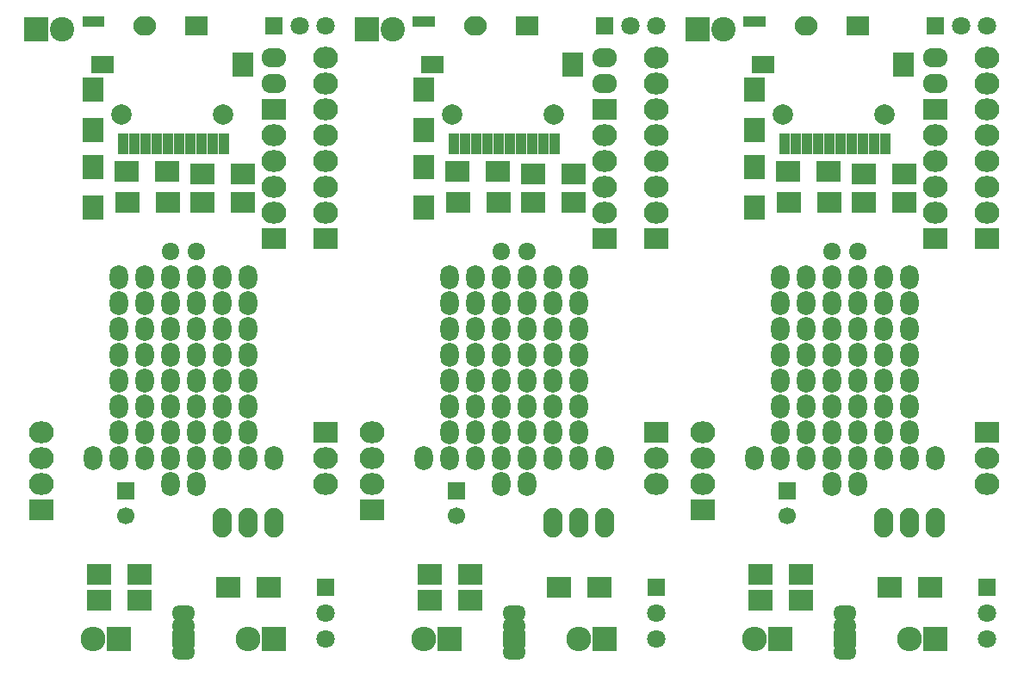
<source format=gbr>
G04 #@! TF.FileFunction,Soldermask,Bot*
%FSLAX46Y46*%
G04 Gerber Fmt 4.6, Leading zero omitted, Abs format (unit mm)*
G04 Created by KiCad (PCBNEW 4.0.2-4+6225~38~ubuntu15.04.1-stable) date 2016年04月15日 16時13分23秒*
%MOMM*%
G01*
G04 APERTURE LIST*
%ADD10C,0.100000*%
%ADD11R,2.432000X2.127200*%
%ADD12O,2.432000X2.127200*%
%ADD13O,1.800000X2.400000*%
%ADD14R,2.000200X2.398980*%
%ADD15C,2.000000*%
%ADD16R,1.101040X2.000200*%
%ADD17R,2.200000X1.800000*%
%ADD18R,2.400000X2.000000*%
%ADD19C,1.700000*%
%ADD20R,1.700000X1.700000*%
%ADD21R,2.400000X2.400000*%
%ADD22C,2.400000*%
%ADD23O,2.305000X1.517600*%
%ADD24R,2.305000X1.517600*%
%ADD25O,2.432000X1.924000*%
%ADD26R,1.200000X1.000000*%
%ADD27R,2.432000X2.432000*%
%ADD28O,2.432000X2.432000*%
%ADD29R,2.400000X2.100000*%
%ADD30R,2.100000X2.400000*%
%ADD31R,2.224000X1.924000*%
%ADD32O,2.224000X1.924000*%
%ADD33R,1.797000X1.797000*%
%ADD34C,1.797000*%
%ADD35O,1.901140X2.899360*%
%ADD36O,1.800000X1.670000*%
G04 APERTURE END LIST*
D10*
D11*
X134100000Y-100330000D03*
D12*
X134100000Y-97790000D03*
X134100000Y-95250000D03*
X134100000Y-92710000D03*
D13*
X139180000Y-95250000D03*
X141720000Y-95250000D03*
X154420000Y-95250000D03*
X156960000Y-95250000D03*
X151880000Y-92710000D03*
X154420000Y-92710000D03*
X151880000Y-95250000D03*
X154420000Y-95250000D03*
X151880000Y-90170000D03*
X154420000Y-90170000D03*
X151880000Y-87630000D03*
X154420000Y-87630000D03*
X151880000Y-77470000D03*
X154420000Y-77470000D03*
X151880000Y-80010000D03*
X154420000Y-80010000D03*
X151880000Y-85090000D03*
X154420000Y-85090000D03*
X151880000Y-82550000D03*
X154420000Y-82550000D03*
X141720000Y-82550000D03*
X144260000Y-82550000D03*
X141720000Y-85090000D03*
X144260000Y-85090000D03*
X141720000Y-80010000D03*
X144260000Y-80010000D03*
X141720000Y-77470000D03*
X144260000Y-77470000D03*
X141720000Y-87630000D03*
X144260000Y-87630000D03*
X141720000Y-90170000D03*
X144260000Y-90170000D03*
X141720000Y-95250000D03*
X144260000Y-95250000D03*
D14*
X153835000Y-56520000D03*
D15*
X141935000Y-61420000D03*
D16*
X152033740Y-64320100D03*
X150933920Y-64320100D03*
D15*
X151935000Y-61420000D03*
D17*
X140035000Y-56520000D03*
D16*
X143234820Y-64320100D03*
X144334640Y-64320100D03*
X145434460Y-64320100D03*
X146534280Y-64320100D03*
X147634100Y-64320100D03*
X148733920Y-64320100D03*
X149833740Y-64320100D03*
X142135000Y-64320100D03*
D18*
X146450500Y-67056000D03*
X142450500Y-67056000D03*
X142514000Y-70104000D03*
X146514000Y-70104000D03*
D19*
X142355000Y-100925000D03*
D20*
X142355000Y-98425000D03*
D21*
X133592000Y-53086000D03*
D22*
X136132000Y-53086000D03*
D23*
X148070000Y-114300000D03*
D24*
X148070000Y-113030000D03*
D23*
X148070000Y-111760000D03*
X148070000Y-110490000D03*
D11*
X156960000Y-60960000D03*
D25*
X156960000Y-58420000D03*
X156960000Y-55880000D03*
D26*
X138680000Y-52324000D03*
X139680000Y-52324000D03*
D11*
X162040000Y-73660000D03*
D12*
X162040000Y-71120000D03*
X162040000Y-68580000D03*
X162040000Y-66040000D03*
X162040000Y-63500000D03*
X162040000Y-60960000D03*
X162040000Y-58420000D03*
X162040000Y-55880000D03*
D11*
X156960000Y-73660000D03*
D12*
X156960000Y-71120000D03*
X156960000Y-68580000D03*
X156960000Y-66040000D03*
X156960000Y-63500000D03*
D27*
X156960000Y-113030000D03*
D28*
X154420000Y-113030000D03*
D27*
X141720000Y-113030000D03*
D28*
X139180000Y-113030000D03*
D11*
X162040000Y-92710000D03*
D12*
X162040000Y-95250000D03*
X162040000Y-97790000D03*
D29*
X153880000Y-67310000D03*
X149880000Y-67310000D03*
X149880000Y-70104000D03*
X153880000Y-70104000D03*
D30*
X139180000Y-58960000D03*
X139180000Y-62960000D03*
X139180000Y-66580000D03*
X139180000Y-70580000D03*
D29*
X152420000Y-107950000D03*
X156420000Y-107950000D03*
X143720000Y-106680000D03*
X139720000Y-106680000D03*
X143720000Y-109220000D03*
X139720000Y-109220000D03*
D31*
X149340000Y-52705000D03*
D32*
X144260000Y-52705000D03*
D33*
X156960000Y-52705000D03*
D34*
X159500000Y-52705000D03*
X162040000Y-52705000D03*
D33*
X162040000Y-107950000D03*
D34*
X162040000Y-110490000D03*
X162040000Y-113030000D03*
D35*
X154420000Y-101600000D03*
X151880000Y-101600000D03*
X156960000Y-101600000D03*
D13*
X141720000Y-92710000D03*
X144260000Y-92710000D03*
X146800000Y-97790000D03*
X146800000Y-95250000D03*
X146800000Y-92710000D03*
X146800000Y-90170000D03*
X146800000Y-87630000D03*
X146800000Y-85090000D03*
X146800000Y-82550000D03*
X146800000Y-80010000D03*
X146800000Y-77470000D03*
D36*
X146800000Y-74930000D03*
D13*
X149340000Y-97790000D03*
X149340000Y-95250000D03*
X149340000Y-92710000D03*
X149340000Y-90170000D03*
X149340000Y-87630000D03*
X149340000Y-85090000D03*
X149340000Y-82550000D03*
X149340000Y-80010000D03*
X149340000Y-77470000D03*
D36*
X149340000Y-74930000D03*
D11*
X101600000Y-100330000D03*
D12*
X101600000Y-97790000D03*
X101600000Y-95250000D03*
X101600000Y-92710000D03*
D13*
X106680000Y-95250000D03*
X109220000Y-95250000D03*
X121920000Y-95250000D03*
X124460000Y-95250000D03*
X119380000Y-92710000D03*
X121920000Y-92710000D03*
X119380000Y-95250000D03*
X121920000Y-95250000D03*
X119380000Y-90170000D03*
X121920000Y-90170000D03*
X119380000Y-87630000D03*
X121920000Y-87630000D03*
X119380000Y-77470000D03*
X121920000Y-77470000D03*
X119380000Y-80010000D03*
X121920000Y-80010000D03*
X119380000Y-85090000D03*
X121920000Y-85090000D03*
X119380000Y-82550000D03*
X121920000Y-82550000D03*
X109220000Y-82550000D03*
X111760000Y-82550000D03*
X109220000Y-85090000D03*
X111760000Y-85090000D03*
X109220000Y-80010000D03*
X111760000Y-80010000D03*
X109220000Y-77470000D03*
X111760000Y-77470000D03*
X109220000Y-87630000D03*
X111760000Y-87630000D03*
X109220000Y-90170000D03*
X111760000Y-90170000D03*
X109220000Y-95250000D03*
X111760000Y-95250000D03*
D14*
X121335000Y-56520000D03*
D15*
X109435000Y-61420000D03*
D16*
X119533740Y-64320100D03*
X118433920Y-64320100D03*
D15*
X119435000Y-61420000D03*
D17*
X107535000Y-56520000D03*
D16*
X110734820Y-64320100D03*
X111834640Y-64320100D03*
X112934460Y-64320100D03*
X114034280Y-64320100D03*
X115134100Y-64320100D03*
X116233920Y-64320100D03*
X117333740Y-64320100D03*
X109635000Y-64320100D03*
D18*
X113950500Y-67056000D03*
X109950500Y-67056000D03*
X110014000Y-70104000D03*
X114014000Y-70104000D03*
D19*
X109855000Y-100925000D03*
D20*
X109855000Y-98425000D03*
D21*
X101092000Y-53086000D03*
D22*
X103632000Y-53086000D03*
D23*
X115570000Y-114300000D03*
D24*
X115570000Y-113030000D03*
D23*
X115570000Y-111760000D03*
X115570000Y-110490000D03*
D11*
X124460000Y-60960000D03*
D25*
X124460000Y-58420000D03*
X124460000Y-55880000D03*
D26*
X106180000Y-52324000D03*
X107180000Y-52324000D03*
D11*
X129540000Y-73660000D03*
D12*
X129540000Y-71120000D03*
X129540000Y-68580000D03*
X129540000Y-66040000D03*
X129540000Y-63500000D03*
X129540000Y-60960000D03*
X129540000Y-58420000D03*
X129540000Y-55880000D03*
D11*
X124460000Y-73660000D03*
D12*
X124460000Y-71120000D03*
X124460000Y-68580000D03*
X124460000Y-66040000D03*
X124460000Y-63500000D03*
D27*
X124460000Y-113030000D03*
D28*
X121920000Y-113030000D03*
D27*
X109220000Y-113030000D03*
D28*
X106680000Y-113030000D03*
D11*
X129540000Y-92710000D03*
D12*
X129540000Y-95250000D03*
X129540000Y-97790000D03*
D29*
X121380000Y-67310000D03*
X117380000Y-67310000D03*
X117380000Y-70104000D03*
X121380000Y-70104000D03*
D30*
X106680000Y-58960000D03*
X106680000Y-62960000D03*
X106680000Y-66580000D03*
X106680000Y-70580000D03*
D29*
X119920000Y-107950000D03*
X123920000Y-107950000D03*
X111220000Y-106680000D03*
X107220000Y-106680000D03*
X111220000Y-109220000D03*
X107220000Y-109220000D03*
D31*
X116840000Y-52705000D03*
D32*
X111760000Y-52705000D03*
D33*
X124460000Y-52705000D03*
D34*
X127000000Y-52705000D03*
X129540000Y-52705000D03*
D33*
X129540000Y-107950000D03*
D34*
X129540000Y-110490000D03*
X129540000Y-113030000D03*
D35*
X121920000Y-101600000D03*
X119380000Y-101600000D03*
X124460000Y-101600000D03*
D13*
X109220000Y-92710000D03*
X111760000Y-92710000D03*
X114300000Y-97790000D03*
X114300000Y-95250000D03*
X114300000Y-92710000D03*
X114300000Y-90170000D03*
X114300000Y-87630000D03*
X114300000Y-85090000D03*
X114300000Y-82550000D03*
X114300000Y-80010000D03*
X114300000Y-77470000D03*
D36*
X114300000Y-74930000D03*
D13*
X116840000Y-97790000D03*
X116840000Y-95250000D03*
X116840000Y-92710000D03*
X116840000Y-90170000D03*
X116840000Y-87630000D03*
X116840000Y-85090000D03*
X116840000Y-82550000D03*
X116840000Y-80010000D03*
X116840000Y-77470000D03*
D36*
X116840000Y-74930000D03*
D11*
X166600000Y-100330000D03*
D12*
X166600000Y-97790000D03*
X166600000Y-95250000D03*
X166600000Y-92710000D03*
D13*
X171680000Y-95250000D03*
X174220000Y-95250000D03*
X186920000Y-95250000D03*
X189460000Y-95250000D03*
X184380000Y-92710000D03*
X186920000Y-92710000D03*
X184380000Y-95250000D03*
X186920000Y-95250000D03*
X184380000Y-90170000D03*
X186920000Y-90170000D03*
X184380000Y-87630000D03*
X186920000Y-87630000D03*
X184380000Y-77470000D03*
X186920000Y-77470000D03*
X184380000Y-80010000D03*
X186920000Y-80010000D03*
X184380000Y-85090000D03*
X186920000Y-85090000D03*
X184380000Y-82550000D03*
X186920000Y-82550000D03*
X174220000Y-82550000D03*
X176760000Y-82550000D03*
X174220000Y-85090000D03*
X176760000Y-85090000D03*
X174220000Y-80010000D03*
X176760000Y-80010000D03*
X174220000Y-77470000D03*
X176760000Y-77470000D03*
X174220000Y-87630000D03*
X176760000Y-87630000D03*
X174220000Y-90170000D03*
X176760000Y-90170000D03*
X174220000Y-95250000D03*
X176760000Y-95250000D03*
D14*
X186335000Y-56520000D03*
D15*
X174435000Y-61420000D03*
D16*
X184533740Y-64320100D03*
X183433920Y-64320100D03*
D15*
X184435000Y-61420000D03*
D17*
X172535000Y-56520000D03*
D16*
X175734820Y-64320100D03*
X176834640Y-64320100D03*
X177934460Y-64320100D03*
X179034280Y-64320100D03*
X180134100Y-64320100D03*
X181233920Y-64320100D03*
X182333740Y-64320100D03*
X174635000Y-64320100D03*
D18*
X178950500Y-67056000D03*
X174950500Y-67056000D03*
X175014000Y-70104000D03*
X179014000Y-70104000D03*
D19*
X174855000Y-100925000D03*
D20*
X174855000Y-98425000D03*
D21*
X166092000Y-53086000D03*
D22*
X168632000Y-53086000D03*
D23*
X180570000Y-114300000D03*
D24*
X180570000Y-113030000D03*
D23*
X180570000Y-111760000D03*
X180570000Y-110490000D03*
D11*
X189460000Y-60960000D03*
D25*
X189460000Y-58420000D03*
X189460000Y-55880000D03*
D26*
X171180000Y-52324000D03*
X172180000Y-52324000D03*
D11*
X194540000Y-73660000D03*
D12*
X194540000Y-71120000D03*
X194540000Y-68580000D03*
X194540000Y-66040000D03*
X194540000Y-63500000D03*
X194540000Y-60960000D03*
X194540000Y-58420000D03*
X194540000Y-55880000D03*
D11*
X189460000Y-73660000D03*
D12*
X189460000Y-71120000D03*
X189460000Y-68580000D03*
X189460000Y-66040000D03*
X189460000Y-63500000D03*
D27*
X189460000Y-113030000D03*
D28*
X186920000Y-113030000D03*
D27*
X174220000Y-113030000D03*
D28*
X171680000Y-113030000D03*
D11*
X194540000Y-92710000D03*
D12*
X194540000Y-95250000D03*
X194540000Y-97790000D03*
D29*
X186380000Y-67310000D03*
X182380000Y-67310000D03*
X182380000Y-70104000D03*
X186380000Y-70104000D03*
D30*
X171680000Y-58960000D03*
X171680000Y-62960000D03*
X171680000Y-66580000D03*
X171680000Y-70580000D03*
D29*
X184920000Y-107950000D03*
X188920000Y-107950000D03*
X176220000Y-106680000D03*
X172220000Y-106680000D03*
X176220000Y-109220000D03*
X172220000Y-109220000D03*
D31*
X181840000Y-52705000D03*
D32*
X176760000Y-52705000D03*
D33*
X189460000Y-52705000D03*
D34*
X192000000Y-52705000D03*
X194540000Y-52705000D03*
D33*
X194540000Y-107950000D03*
D34*
X194540000Y-110490000D03*
X194540000Y-113030000D03*
D35*
X186920000Y-101600000D03*
X184380000Y-101600000D03*
X189460000Y-101600000D03*
D13*
X174220000Y-92710000D03*
X176760000Y-92710000D03*
X179300000Y-97790000D03*
X179300000Y-95250000D03*
X179300000Y-92710000D03*
X179300000Y-90170000D03*
X179300000Y-87630000D03*
X179300000Y-85090000D03*
X179300000Y-82550000D03*
X179300000Y-80010000D03*
X179300000Y-77470000D03*
D36*
X179300000Y-74930000D03*
D13*
X181840000Y-97790000D03*
X181840000Y-95250000D03*
X181840000Y-92710000D03*
X181840000Y-90170000D03*
X181840000Y-87630000D03*
X181840000Y-85090000D03*
X181840000Y-82550000D03*
X181840000Y-80010000D03*
X181840000Y-77470000D03*
D36*
X181840000Y-74930000D03*
M02*

</source>
